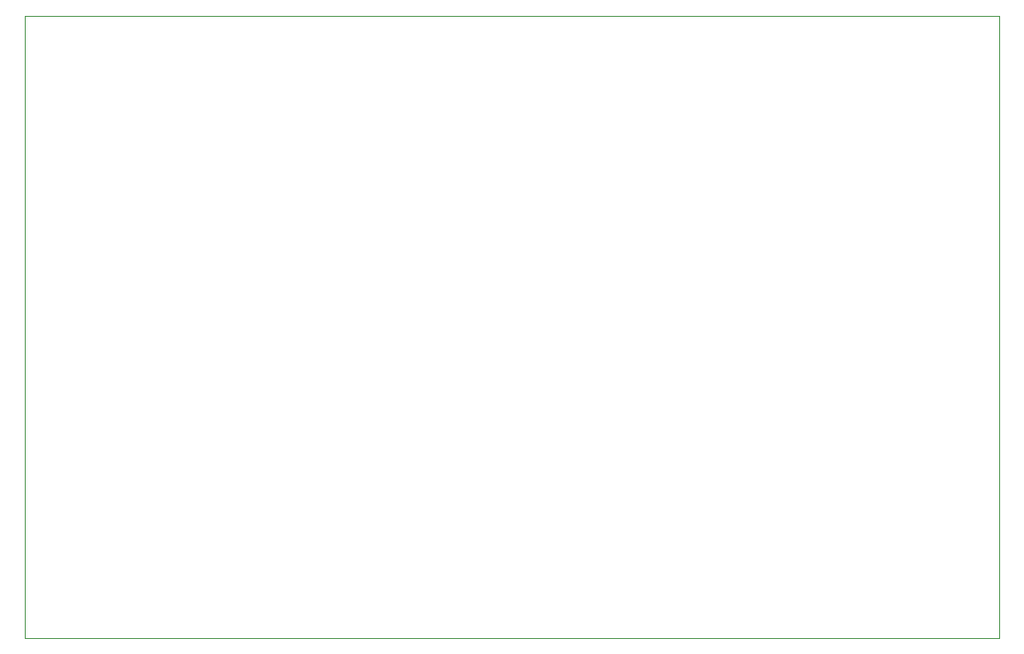
<source format=gbr>
%TF.GenerationSoftware,KiCad,Pcbnew,(6.0.8)*%
%TF.CreationDate,2023-01-06T11:49:21+01:00*%
%TF.ProjectId,Projet commun SEC SIC-PAS TOUT,50726f6a-6574-4206-936f-6d6d756e2053,rev?*%
%TF.SameCoordinates,Original*%
%TF.FileFunction,Profile,NP*%
%FSLAX46Y46*%
G04 Gerber Fmt 4.6, Leading zero omitted, Abs format (unit mm)*
G04 Created by KiCad (PCBNEW (6.0.8)) date 2023-01-06 11:49:21*
%MOMM*%
%LPD*%
G01*
G04 APERTURE LIST*
%TA.AperFunction,Profile*%
%ADD10C,0.100000*%
%TD*%
G04 APERTURE END LIST*
D10*
X84328000Y-55285000D02*
X177419000Y-55285000D01*
X177419000Y-55285000D02*
X177419000Y-114792000D01*
X177419000Y-114792000D02*
X84328000Y-114792000D01*
X84328000Y-114792000D02*
X84328000Y-55285000D01*
M02*

</source>
